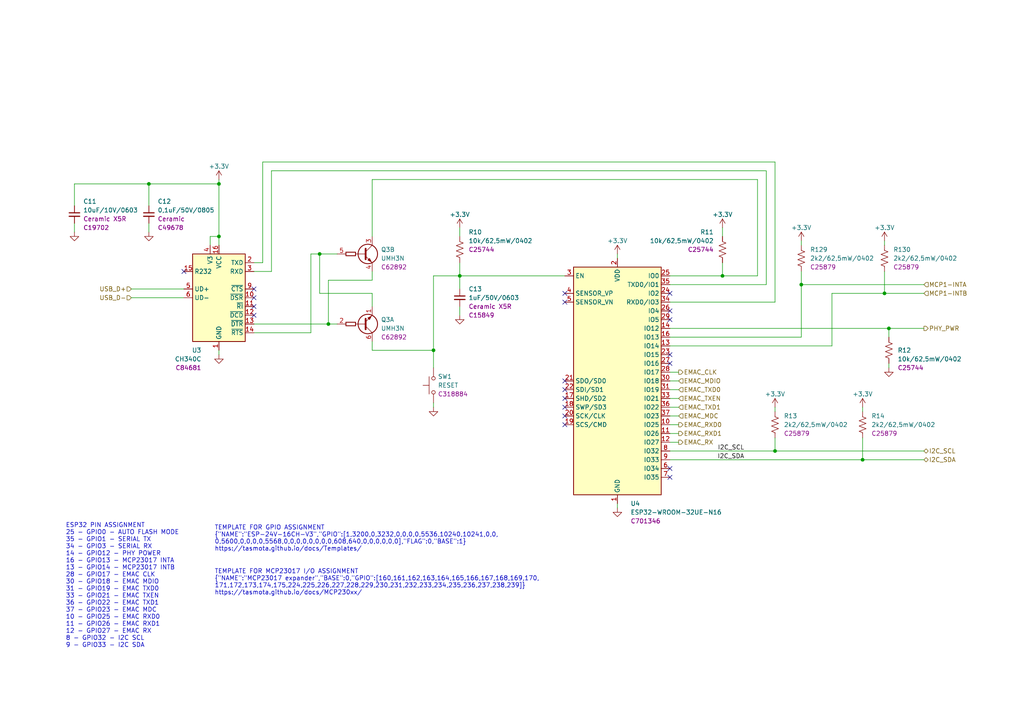
<source format=kicad_sch>
(kicad_sch (version 20230121) (generator eeschema)
  (paper "A4")
  (title_block (title "ESP 16x 24VDC Input 16x 24VDC Output Module") (date "2023-05-05") (rev "V3"))
  (lib_symbols
    (symbol "Device:C_Small" (pin_numbers hide) (pin_names (offset 0.254) hide)
      (property "Reference" "C" (at 0.254 1.778 0))
      (property "Value" "C_Small" (at 0.254 -2.032 0))
      (symbol "C_Small_0_1"
        (polyline (pts (xy -1.524 -0.508) (xy 1.524 -0.508)) (stroke (width 0.3302)))
        (polyline (pts (xy -1.524 0.508) (xy 1.524 0.508)) (stroke (width 0.3048)))
      )
      (symbol "C_Small_1_1"
        (pin passive line (at 0 2.54 270) (length 2.032) (name "~") (number "1"))
        (pin passive line (at 0 -2.54 90) (length 2.032) (name "~") (number "2"))
      )
    )
    (symbol "Device:R_US" (pin_numbers hide) (pin_names (offset 0))
      (property "Reference" "R" (at 2.54 0 90))
      (property "Value" "R_US" (at -2.54 0 90))
      (symbol "R_US_0_1"
        (polyline (pts (xy 0 -2.286) (xy 0 -2.54)))
        (polyline (pts (xy 0 2.286) (xy 0 2.54)))
        (polyline (pts (xy 0 -0.762) (xy 1.016 -1.143) (xy 0 -1.524) (xy -1.016 -1.905) (xy 0 -2.286)))
        (polyline (pts (xy 0 0.762) (xy 1.016 0.381) (xy 0 0) (xy -1.016 -0.381) (xy 0 -0.762)))
        (polyline (pts (xy 0 2.286) (xy 1.016 1.905) (xy 0 1.524) (xy -1.016 1.143) (xy 0 0.762)))
      )
      (symbol "R_US_1_1"
        (pin passive line (at 0 3.81 270) (length 1.27) (name "~") (number "1"))
        (pin passive line (at 0 -3.81 90) (length 1.27) (name "~") (number "2"))
      )
    )
    (symbol "Interface_USB:CH340C"
      (property "Reference" "U" (at -5.08 13.97 0))
      (property "Value" "CH340C" (at 1.27 13.97 0))
      (symbol "CH340C_0_1"
        (rectangle (start -7.62 12.7) (end 7.62 -12.7) (stroke (width 0.254)) (fill (type background)))
      )
      (symbol "CH340C_1_1"
        (pin power_in line (at 0 -15.24 90) (length 2.54) (name "GND") (number "1"))
        (pin input line (at 10.16 0 180) (length 2.54) (name "~{DSR}") (number "10"))
        (pin input line (at 10.16 -2.54 180) (length 2.54) (name "~{RI}") (number "11"))
        (pin input line (at 10.16 -5.08 180) (length 2.54) (name "~{DCD}") (number "12"))
        (pin output line (at 10.16 -7.62 180) (length 2.54) (name "~{DTR}") (number "13"))
        (pin output line (at 10.16 -10.16 180) (length 2.54) (name "~{RTS}") (number "14"))
        (pin input line (at -10.16 7.62 0) (length 2.54) (name "R232") (number "15"))
        (pin power_in line (at 0 15.24 270) (length 2.54) (name "VCC") (number "16"))
        (pin output line (at 10.16 10.16 180) (length 2.54) (name "TXD") (number "2"))
        (pin input line (at 10.16 7.62 180) (length 2.54) (name "RXD") (number "3"))
        (pin passive line (at -2.54 15.24 270) (length 2.54) (name "V3") (number "4"))
        (pin bidirectional line (at -10.16 2.54 0) (length 2.54) (name "UD+") (number "5"))
        (pin bidirectional line (at -10.16 0 0) (length 2.54) (name "UD-") (number "6"))
        (pin no_connect line (at -7.62 -7.62 0) (length 2.54) hide (name "NC") (number "7"))
        (pin no_connect line (at -7.62 -10.16 0) (length 2.54) hide (name "NC") (number "8"))
        (pin input line (at 10.16 2.54 180) (length 2.54) (name "~{CTS}") (number "9"))
      )
    )
    (symbol "RF_Module:ESP32-WROOM-32U"
      (property "Reference" "U" (at -12.7 34.29 0))
      (property "Value" "ESP32-WROOM-32U" (at 1.27 34.29 0))
      (symbol "ESP32-WROOM-32U_0_1"
        (rectangle (start -12.7 33.02) (end 12.7 -33.02) (stroke (width 0.254)) (fill (type background)))
      )
      (symbol "ESP32-WROOM-32U_1_1"
        (pin power_in line (at 0 -35.56 90) (length 2.54) (name "GND") (number "1"))
        (pin bidirectional line (at 15.24 -12.7 180) (length 2.54) (name "IO25") (number "10"))
        (pin bidirectional line (at 15.24 -15.24 180) (length 2.54) (name "IO26") (number "11"))
        (pin bidirectional line (at 15.24 -17.78 180) (length 2.54) (name "IO27") (number "12"))
        (pin bidirectional line (at 15.24 10.16 180) (length 2.54) (name "IO14") (number "13"))
        (pin bidirectional line (at 15.24 15.24 180) (length 2.54) (name "IO12") (number "14"))
        (pin passive line (at 0 -35.56 90) (length 2.54) hide (name "GND") (number "15"))
        (pin bidirectional line (at 15.24 12.7 180) (length 2.54) (name "IO13") (number "16"))
        (pin bidirectional line (at -15.24 -5.08 0) (length 2.54) (name "SHD/SD2") (number "17"))
        (pin bidirectional line (at -15.24 -7.62 0) (length 2.54) (name "SWP/SD3") (number "18"))
        (pin bidirectional line (at -15.24 -12.7 0) (length 2.54) (name "SCS/CMD") (number "19"))
        (pin power_in line (at 0 35.56 270) (length 2.54) (name "VDD") (number "2"))
        (pin bidirectional line (at -15.24 -10.16 0) (length 2.54) (name "SCK/CLK") (number "20"))
        (pin bidirectional line (at -15.24 0 0) (length 2.54) (name "SDO/SD0") (number "21"))
        (pin bidirectional line (at -15.24 -2.54 0) (length 2.54) (name "SDI/SD1") (number "22"))
        (pin bidirectional line (at 15.24 7.62 180) (length 2.54) (name "IO15") (number "23"))
        (pin bidirectional line (at 15.24 25.4 180) (length 2.54) (name "IO2") (number "24"))
        (pin bidirectional line (at 15.24 30.48 180) (length 2.54) (name "IO0") (number "25"))
        (pin bidirectional line (at 15.24 20.32 180) (length 2.54) (name "IO4") (number "26"))
        (pin bidirectional line (at 15.24 5.08 180) (length 2.54) (name "IO16") (number "27"))
        (pin bidirectional line (at 15.24 2.54 180) (length 2.54) (name "IO17") (number "28"))
        (pin bidirectional line (at 15.24 17.78 180) (length 2.54) (name "IO5") (number "29"))
        (pin input line (at -15.24 30.48 0) (length 2.54) (name "EN") (number "3"))
        (pin bidirectional line (at 15.24 0 180) (length 2.54) (name "IO18") (number "30"))
        (pin bidirectional line (at 15.24 -2.54 180) (length 2.54) (name "IO19") (number "31"))
        (pin no_connect line (at -12.7 -27.94 0) (length 2.54) hide (name "NC") (number "32"))
        (pin bidirectional line (at 15.24 -5.08 180) (length 2.54) (name "IO21") (number "33"))
        (pin bidirectional line (at 15.24 22.86 180) (length 2.54) (name "RXD0/IO3") (number "34"))
        (pin bidirectional line (at 15.24 27.94 180) (length 2.54) (name "TXD0/IO1") (number "35"))
        (pin bidirectional line (at 15.24 -7.62 180) (length 2.54) (name "IO22") (number "36"))
        (pin bidirectional line (at 15.24 -10.16 180) (length 2.54) (name "IO23") (number "37"))
        (pin passive line (at 0 -35.56 90) (length 2.54) hide (name "GND") (number "38"))
        (pin passive line (at 0 -35.56 90) (length 2.54) hide (name "GND") (number "39"))
        (pin input line (at -15.24 25.4 0) (length 2.54) (name "SENSOR_VP") (number "4"))
        (pin input line (at -15.24 22.86 0) (length 2.54) (name "SENSOR_VN") (number "5"))
        (pin input line (at 15.24 -25.4 180) (length 2.54) (name "IO34") (number "6"))
        (pin input line (at 15.24 -27.94 180) (length 2.54) (name "IO35") (number "7"))
        (pin bidirectional line (at 15.24 -20.32 180) (length 2.54) (name "IO32") (number "8"))
        (pin bidirectional line (at 15.24 -22.86 180) (length 2.54) (name "IO33") (number "9"))
      )
    )
    (symbol "Switch:SW_Push" (pin_numbers hide) (pin_names (offset 1.016) hide)
      (property "Reference" "SW" (at 1.27 2.54 0))
      (property "Value" "SW_Push" (at 0 -1.524 0))
      (symbol "SW_Push_0_1"
        (circle (center -2.032 0) (radius 0.508))
        (polyline (pts (xy 0 1.27) (xy 0 3.048)))
        (polyline (pts (xy 2.54 1.27) (xy -2.54 1.27)))
        (circle (center 2.032 0) (radius 0.508))
        (pin passive line (at -5.08 0 0) (length 2.54) (name "1") (number "1"))
        (pin passive line (at 5.08 0 180) (length 2.54) (name "2") (number "2"))
      )
    )
    (symbol "Tales:+3.3V" (power) (pin_names (offset 0))
      (property "Value" "+3.3V" (at 0 3.556 0))
      (symbol "+3.3V_0_1"
        (polyline (pts (xy -0.762 1.27) (xy 0 2.54)))
        (polyline (pts (xy 0 0) (xy 0 2.54)))
        (polyline (pts (xy 0 2.54) (xy 0.762 1.27)))
      )
      (symbol "+3.3V_1_1"
        (pin power_in line (at 0 0 90) (length 0) hide (name "+3.3V") (number "1"))
      )
    )
    (symbol "Transistor_BJT:UMH3N" (pin_names hide)
      (property "Reference" "Q" (at 7.62 1.27 0))
      (property "Value" "UMH3N" (at 7.62 -1.27 0))
      (symbol "UMH3N_0_1"
        (polyline (pts (xy 3.175 0) (xy 0.254 0)))
        (polyline (pts (xy 3.175 0.635) (xy 5.08 2.54)))
        (polyline (pts (xy 3.175 1.524) (xy 3.175 -1.524)) (stroke (width 0.508)))
        (polyline (pts (xy 3.175 -0.635) (xy 5.08 -2.54) (xy 5.08 -2.54)))
        (polyline (pts (xy 3.81 -1.778) (xy 4.318 -1.27) (xy 4.826 -2.286) (xy 3.81 -1.778) (xy 3.81 -1.778)) (fill (type outline)))
        (rectangle (start 0.254 0.508) (end -2.54 -0.508) (stroke (width 0.254)))
        (circle (center 3.81 0) (radius 2.8194) (stroke (width 0.254)))
      )
      (symbol "UMH3N_1_1"
        (pin passive line (at 5.08 -5.08 90) (length 2.54) (name "E1") (number "1"))
        (pin input line (at -5.08 0 0) (length 2.54) (name "B1") (number "2"))
        (pin passive line (at 5.08 5.08 270) (length 2.54) (name "C1") (number "6"))
      )
      (symbol "UMH3N_2_1"
        (pin passive line (at 5.08 5.08 270) (length 2.54) (name "C2") (number "3"))
        (pin passive line (at 5.08 -5.08 90) (length 2.54) (name "E2") (number "4"))
        (pin input line (at -5.08 0 0) (length 2.54) (name "B2") (number "5"))
      )
    )
    (symbol "power:+3.3V" (power) (pin_names (offset 0))
      (property "Value" "+3.3V" (at 0 3.556 0))
      (symbol "+3.3V_0_1"
        (polyline (pts (xy -0.762 1.27) (xy 0 2.54)))
        (polyline (pts (xy 0 0) (xy 0 2.54)))
        (polyline (pts (xy 0 2.54) (xy 0.762 1.27)))
      )
      (symbol "+3.3V_1_1"
        (pin power_in line (at 0 0 90) (length 0) hide (name "+3.3V") (number "1"))
      )
    )
    (symbol "power:GND" (power) (pin_names (offset 0))
      (property "Value" "GND" (at 0 -3.81 0))
      (symbol "GND_0_1"
        (polyline (pts (xy 0 0) (xy 0 -1.27) (xy 1.27 -1.27) (xy 0 -2.54) (xy -1.27 -1.27) (xy 0 -1.27)))
      )
      (symbol "GND_1_1"
        (pin power_in line (at 0 0 270) (length 0) hide (name "GND") (number "1"))
      )
    )
  )
  (junction (at 63.5 53.34))
  (junction (at 125.73 101.6))
  (junction (at 133.35 80.01))
  (junction (at 43.18 53.34))
  (junction (at 250.19 133.35))
  (junction (at 256.54 85.09))
  (junction (at 209.55 80.01))
  (junction (at 224.79 130.81))
  (junction (at 92.71 73.66))
  (junction (at 63.5 68.58))
  (junction (at 232.41 82.55))
  (junction (at 257.81 95.25))
  (junction (at 95.25 93.98))
  (no_connect (at 163.83 87.63))
  (no_connect (at 163.83 123.19))
  (no_connect (at 194.31 85.09))
  (no_connect (at 73.66 86.36))
  (no_connect (at 194.31 92.71))
  (no_connect (at 163.83 110.49))
  (no_connect (at 73.66 91.44))
  (no_connect (at 163.83 85.09))
  (no_connect (at 53.34 78.74))
  (no_connect (at 163.83 115.57))
  (no_connect (at 163.83 118.11))
  (no_connect (at 73.66 88.9))
  (no_connect (at 194.31 135.89))
  (no_connect (at 73.66 83.82))
  (no_connect (at 194.31 105.41))
  (no_connect (at 163.83 120.65))
  (no_connect (at 194.31 90.17))
  (no_connect (at 194.31 138.43))
  (no_connect (at 194.31 102.87))
  (no_connect (at 163.83 113.03))
  (wire (pts (xy 133.35 88.9) (xy 133.35 91.44)))
  (wire (pts (xy 133.35 76.2) (xy 133.35 80.01)))
  (wire (pts (xy 194.31 118.11) (xy 196.85 118.11)))
  (wire (pts (xy 21.59 64.77) (xy 21.59 67.31)))
  (wire (pts (xy 63.5 101.6) (xy 63.5 102.87)))
  (wire (pts (xy 90.17 96.52) (xy 90.17 73.66)))
  (wire (pts (xy 194.31 123.19) (xy 196.85 123.19)))
  (wire (pts (xy 38.1 86.36) (xy 53.34 86.36)))
  (wire (pts (xy 256.54 85.09) (xy 267.97 85.09)))
  (wire (pts (xy 232.41 69.85) (xy 232.41 71.12)))
  (wire (pts (xy 107.95 52.07) (xy 219.71 52.07)))
  (wire (pts (xy 256.54 69.85) (xy 256.54 71.12)))
  (wire (pts (xy 194.31 80.01) (xy 209.55 80.01)))
  (wire (pts (xy 125.73 101.6) (xy 125.73 80.01)))
  (wire (pts (xy 133.35 66.04) (xy 133.35 68.58)))
  (wire (pts (xy 194.31 128.27) (xy 196.85 128.27)))
  (wire (pts (xy 256.54 78.74) (xy 256.54 85.09)))
  (wire (pts (xy 194.31 120.65) (xy 196.85 120.65)))
  (wire (pts (xy 194.31 110.49) (xy 196.85 110.49)))
  (wire (pts (xy 232.41 82.55) (xy 267.97 82.55)))
  (wire (pts (xy 224.79 118.11) (xy 224.79 119.38)))
  (wire (pts (xy 194.31 115.57) (xy 196.85 115.57)))
  (wire (pts (xy 38.1 83.82) (xy 53.34 83.82)))
  (wire (pts (xy 63.5 53.34) (xy 63.5 68.58)))
  (wire (pts (xy 194.31 95.25) (xy 257.81 95.25)))
  (wire (pts (xy 63.5 68.58) (xy 63.5 71.12)))
  (wire (pts (xy 179.07 73.66) (xy 179.07 74.93)))
  (wire (pts (xy 241.3 85.09) (xy 256.54 85.09)))
  (wire (pts (xy 73.66 78.74) (xy 78.74 78.74)))
  (wire (pts (xy 257.81 95.25) (xy 267.97 95.25)))
  (wire (pts (xy 92.71 73.66) (xy 97.79 73.66)))
  (wire (pts (xy 78.74 49.53) (xy 78.74 78.74)))
  (wire (pts (xy 222.25 49.53) (xy 222.25 82.55)))
  (wire (pts (xy 43.18 53.34) (xy 63.5 53.34)))
  (wire (pts (xy 107.95 68.58) (xy 107.95 52.07)))
  (wire (pts (xy 179.07 146.05) (xy 179.07 147.32)))
  (wire (pts (xy 73.66 76.2) (xy 76.2 76.2)))
  (wire (pts (xy 194.31 107.95) (xy 196.85 107.95)))
  (wire (pts (xy 194.31 97.79) (xy 232.41 97.79)))
  (wire (pts (xy 232.41 78.74) (xy 232.41 82.55)))
  (wire (pts (xy 76.2 46.99) (xy 224.79 46.99)))
  (wire (pts (xy 92.71 73.66) (xy 92.71 85.09)))
  (wire (pts (xy 43.18 64.77) (xy 43.18 67.31)))
  (wire (pts (xy 209.55 76.2) (xy 209.55 80.01)))
  (wire (pts (xy 133.35 80.01) (xy 163.83 80.01)))
  (wire (pts (xy 241.3 100.33) (xy 241.3 85.09)))
  (wire (pts (xy 90.17 73.66) (xy 92.71 73.66)))
  (wire (pts (xy 232.41 97.79) (xy 232.41 82.55)))
  (wire (pts (xy 21.59 59.69) (xy 21.59 53.34)))
  (wire (pts (xy 73.66 93.98) (xy 95.25 93.98)))
  (wire (pts (xy 43.18 53.34) (xy 43.18 59.69)))
  (wire (pts (xy 222.25 82.55) (xy 194.31 82.55)))
  (wire (pts (xy 95.25 81.28) (xy 95.25 93.98)))
  (wire (pts (xy 107.95 81.28) (xy 95.25 81.28)))
  (wire (pts (xy 257.81 105.41) (xy 257.81 106.68)))
  (wire (pts (xy 63.5 52.07) (xy 63.5 53.34)))
  (wire (pts (xy 257.81 95.25) (xy 257.81 97.79)))
  (wire (pts (xy 224.79 87.63) (xy 194.31 87.63)))
  (wire (pts (xy 107.95 85.09) (xy 92.71 85.09)))
  (wire (pts (xy 194.31 100.33) (xy 241.3 100.33)))
  (wire (pts (xy 194.31 133.35) (xy 250.19 133.35)))
  (wire (pts (xy 21.59 53.34) (xy 43.18 53.34)))
  (wire (pts (xy 60.96 71.12) (xy 60.96 68.58)))
  (wire (pts (xy 194.31 130.81) (xy 224.79 130.81)))
  (wire (pts (xy 107.95 99.06) (xy 107.95 101.6)))
  (wire (pts (xy 76.2 76.2) (xy 76.2 46.99)))
  (wire (pts (xy 224.79 130.81) (xy 267.97 130.81)))
  (wire (pts (xy 250.19 118.11) (xy 250.19 119.38)))
  (wire (pts (xy 194.31 113.03) (xy 196.85 113.03)))
  (wire (pts (xy 133.35 80.01) (xy 133.35 83.82)))
  (wire (pts (xy 219.71 52.07) (xy 219.71 80.01)))
  (wire (pts (xy 224.79 46.99) (xy 224.79 87.63)))
  (wire (pts (xy 209.55 80.01) (xy 219.71 80.01)))
  (wire (pts (xy 250.19 127) (xy 250.19 133.35)))
  (wire (pts (xy 107.95 88.9) (xy 107.95 85.09)))
  (wire (pts (xy 194.31 125.73) (xy 196.85 125.73)))
  (wire (pts (xy 209.55 66.04) (xy 209.55 68.58)))
  (wire (pts (xy 107.95 101.6) (xy 125.73 101.6)))
  (wire (pts (xy 73.66 96.52) (xy 90.17 96.52)))
  (wire (pts (xy 125.73 116.84) (xy 125.73 118.11)))
  (wire (pts (xy 107.95 78.74) (xy 107.95 81.28)))
  (wire (pts (xy 125.73 80.01) (xy 133.35 80.01)))
  (wire (pts (xy 224.79 127) (xy 224.79 130.81)))
  (wire (pts (xy 78.74 49.53) (xy 222.25 49.53)))
  (wire (pts (xy 95.25 93.98) (xy 97.79 93.98)))
  (wire (pts (xy 125.73 101.6) (xy 125.73 106.68)))
  (wire (pts (xy 60.96 68.58) (xy 63.5 68.58)))
  (wire (pts (xy 250.19 133.35) (xy 267.97 133.35)))
  (text "ESP32 PIN ASSIGNMENT\n25 - GPIO0 - AUTO FLASH MODE\n35 - GPIO1 - SERIAL TX\n34 - GPIO3 - SERIAL RX\n14 - GPIO12 - PHY POWER\n16 - GPIO13 - MCP23017 INTA\n13 - GPIO14 - MCP23017 INTB\n28 - GPIO17 - EMAC CLK\n30 - GPIO18 - EMAC MDIO\n31 - GPIO19 - EMAC TXD0\n33 - GPIO21 - EMAC TXEN\n36 - GPIO22 - EMAC TXD1\n37 - GPIO23 - EMAC MDC\n10 - GPIO25 - EMAC RXD0\n11 - GPIO26 - EMAC RXD1\n12 - GPIO27 - EMAC RX\n8 - GPIO32 - I2C SCL\n9 - GPIO33 - I2C SDA" (at 19.05 187.96 0) (effects (font (size 1.27 1.27)) (justify left bottom)))
  (text "TEMPLATE FOR GPIO ASSIGNMENT\n{\"NAME\":\"ESP-24V-16CH-V3\",\"GPIO\":[1,3200,0,3232,0,0,0,0,5536,10240,10241,0,0,\n0,5600,0,0,0,0,5568,0,0,0,0,0,0,0,0,608,640,0,0,0,0,0,0],\"FLAG\":0,\"BASE\":1}\nhttps://tasmota.github.io/docs/Templates/" (at 62.23 160.02 0) (effects (font (size 1.27 1.27)) (justify left bottom)))
  (text "TEMPLATE FOR MCP23017 I/O ASSIGNMENT\n{\"NAME\":\"MCP23017 expander\",\"BASE\":0,\"GPIO\":[160,161,162,163,164,165,166,167,168,169,170,\n171,172,173,174,175,224,225,226,227,228,229,230,231,232,233,234,235,236,237,238,239]}\nhttps://tasmota.github.io/docs/MCP230xx/" (at 62.23 172.72 0) (effects (font (size 1.27 1.27)) (justify left bottom)))
  (label "I2C_SCL" (at 215.9 130.81 180))
  (label "I2C_SDA" (at 215.9 133.35 180))
  (hierarchical_label "PHY_PWR" (shape output) (at 267.97 95.25 0))
  (hierarchical_label "EMAC_MDIO" (shape input) (at 196.85 110.49 0))
  (hierarchical_label "EMAC_TXD1" (shape input) (at 196.85 118.11 0))
  (hierarchical_label "EMAC_RX" (shape output) (at 196.85 128.27 0))
  (hierarchical_label "EMAC_CLK" (shape output) (at 196.85 107.95 0))
  (hierarchical_label "EMAC_RXD1" (shape output) (at 196.85 125.73 0))
  (hierarchical_label "I2C_SDA" (shape bidirectional) (at 267.97 133.35 0))
  (hierarchical_label "EMAC_TXEN" (shape input) (at 196.85 115.57 0))
  (hierarchical_label "EMAC_RXD0" (shape output) (at 196.85 123.19 0))
  (hierarchical_label "MCP1-INTA" (shape input) (at 267.97 82.55 0))
  (hierarchical_label "EMAC_TXD0" (shape input) (at 196.85 113.03 0))
  (hierarchical_label "EMAC_MDC" (shape input) (at 196.85 120.65 0))
  (hierarchical_label "I2C_SCL" (shape bidirectional) (at 267.97 130.81 0))
  (hierarchical_label "USB_D+" (shape input) (at 38.1 83.82 180))
  (hierarchical_label "MCP1-INTB" (shape input) (at 267.97 85.09 0))
  (hierarchical_label "USB_D-" (shape input) (at 38.1 86.36 180))
  (symbol (lib_id "power:+3.3V") (at 250.19 118.11 0) (unit 1)
    (property "Reference" "#PWR035" (effects hide))
    (property "Value" "+3.3V" (at 250.19 114.3 0))
  )
  (symbol (lib_id "Device:C_Small") (at 133.35 86.36 0) (unit 1)
    (property "Reference" "C13" (at 135.89 83.8262 0) (effects (justify left)))
    (property "Value" "1uF/50V/0603" (at 135.89 86.3662 0) (effects (justify left)))
    (property "Footprint" "Tales:C_0603_1608Metric" (effects hide))
    (property "Case" "0603/1608" (effects hide))
    (property "JLCPCB BOM" "1" (effects hide))
    (property "LCSC Part #" "C15849" (at 135.89 91.44 0) (effects (justify left)))
    (property "Mfr" "Samsung" (effects hide))
    (property "Mfr PN" "CL10A105KB8NNNC" (effects hide))
    (property "Technology" "Ceramic X5R" (at 135.89 88.9 0) (effects (justify left)))
    (property "Vendor" "JLCPCB" (effects hide))
    (property "Vendor PN" "C15849" (effects hide))
  )
  (symbol (lib_id "Device:R_US") (at 209.55 72.39 0) (unit 1)
    (property "Reference" "R11" (at 207.01 67.31 0) (effects (justify right)))
    (property "Value" "10k/62,5mW/0402" (at 207.01 69.85 0) (effects (justify right)))
    (property "Footprint" "Tales:R_0402_1005Metric" (effects hide))
    (property "Case" "0402/1005" (effects hide))
    (property "Mfr" "Uniroyal" (effects hide))
    (property "Vendor" "JLCPCB" (effects hide))
    (property "Mfr PN" "0402WGF1002TCE" (effects hide))
    (property "Vendor PN" "C25744" (effects hide))
    (property "LCSC Part #" "C25744" (at 207.01 72.39 0) (effects (justify right)))
    (property "JLCPCB BOM" "1" (effects hide))
  )
  (symbol (lib_id "power:GND") (at 43.18 67.31 0) (unit 1)
    (property "Reference" "#PWR024" (effects hide))
    (property "Value" "GNDREF" (effects hide))
  )
  (symbol (lib_id "Device:R_US") (at 256.54 74.93 0) (unit 1)
    (property "Reference" "R130" (at 259.08 72.39 0) (effects (justify left)))
    (property "Value" "2k2/62,5mW/0402" (at 259.08 74.93 0) (effects (justify left)))
    (property "Footprint" "Tales:R_0402_1005Metric" (effects hide))
    (property "Case" "0402/1005" (effects hide))
    (property "Mfr" "Uniroyal" (effects hide))
    (property "Vendor" "JLCPCB" (effects hide))
    (property "Mfr PN" "0402WGF2201TCE" (effects hide))
    (property "Vendor PN" "C25879" (effects hide))
    (property "LCSC Part #" "C25879" (at 259.08 77.47 0) (effects (justify left)))
    (property "JLCPCB BOM" "1" (effects hide))
  )
  (symbol (lib_id "Transistor_BJT:UMH3N") (at 102.87 73.66 0) (unit 2)
    (property "Reference" "Q3" (at 110.49 72.3899 0) (effects (justify left)))
    (property "Value" "UMH3N" (at 110.49 74.9299 0) (effects (justify left)))
    (property "Footprint" "Tales:SOT-363_SC-70-6" (effects hide))
    (property "JLCPCB BOM" "1" (effects hide))
    (property "LCSC Part #" "C62892" (at 110.49 77.47 0) (effects (justify left)))
    (property "Vendor" "JLCPCB" (effects hide))
    (property "Vendor PN" "C62892" (effects hide))
    (property "Case" "SOT-363" (effects hide))
    (property "Mfr" "Jiangsu" (effects hide))
    (property "Mfr PN" "UMH3N" (effects hide))
  )
  (symbol (lib_id "Device:R_US") (at 257.81 101.6 0) (unit 1)
    (property "Reference" "R12" (at 260.35 101.6 0) (effects (justify left)))
    (property "Value" "10k/62,5mW/0402" (at 260.35 104.14 0) (effects (justify left)))
    (property "Footprint" "Tales:R_0402_1005Metric" (effects hide))
    (property "Case" "0402/1005" (effects hide))
    (property "Mfr" "Uniroyal" (effects hide))
    (property "Vendor" "JLCPCB" (effects hide))
    (property "Mfr PN" "0402WGF1002TCE" (effects hide))
    (property "Vendor PN" "C25744" (effects hide))
    (property "LCSC Part #" "C25744" (at 260.35 106.68 0) (effects (justify left)))
    (property "JLCPCB BOM" "1" (effects hide))
  )
  (symbol (lib_id "Device:C_Small") (at 21.59 62.23 0) (unit 1)
    (property "Reference" "C11" (at 24.13 58.42 0) (effects (justify left)))
    (property "Value" "10uF/10V/0603" (at 24.13 60.96 0) (effects (justify left)))
    (property "Footprint" "Tales:C_0603_1608Metric" (effects hide))
    (property "Technology" "Ceramic X5R" (at 24.13 63.5 0) (effects (justify left)))
    (property "Case" "0603/1608" (effects hide))
    (property "Mfr" "Samsung" (effects hide))
    (property "Mfr PN" "CL10A106KP8NNNC" (effects hide))
    (property "Vendor" "JLCPCB" (effects hide))
    (property "Vendor PN" "C19702" (effects hide))
    (property "LCSC Part #" "C19702" (at 24.13 66.04 0) (effects (justify left)))
    (property "JLCPCB BOM" "1" (effects hide))
  )
  (symbol (lib_id "Transistor_BJT:UMH3N") (at 102.87 93.98 0) (mirror x) (unit 1)
    (property "Reference" "Q3" (at 110.49 92.7099 0) (effects (justify left)))
    (property "Value" "UMH3N" (at 110.49 95.2499 0) (effects (justify left)))
    (property "Footprint" "Tales:SOT-363_SC-70-6" (effects hide))
    (property "JLCPCB BOM" "1" (effects hide))
    (property "LCSC Part #" "C62892" (at 110.49 97.79 0) (effects (justify left)))
    (property "Vendor" "JLCPCB" (effects hide))
    (property "Vendor PN" "C62892" (effects hide))
    (property "Case" "SOT-363" (effects hide))
    (property "Mfr" "Jiangsu" (effects hide))
    (property "Mfr PN" "UMH3N" (effects hide))
  )
  (symbol (lib_id "power:GND") (at 257.81 106.68 0) (unit 1)
    (property "Reference" "#PWR033" (effects hide))
    (property "Value" "GNDREF" (effects hide))
  )
  (symbol (lib_id "Device:R_US") (at 250.19 123.19 0) (unit 1)
    (property "Reference" "R14" (at 252.73 120.65 0) (effects (justify left)))
    (property "Value" "2k2/62,5mW/0402" (at 252.73 123.19 0) (effects (justify left)))
    (property "Footprint" "Tales:R_0402_1005Metric" (effects hide))
    (property "Case" "0402/1005" (effects hide))
    (property "Mfr" "Uniroyal" (effects hide))
    (property "Vendor" "JLCPCB" (effects hide))
    (property "Mfr PN" "0402WGF2201TCE" (effects hide))
    (property "Vendor PN" "C25879" (effects hide))
    (property "LCSC Part #" "C25879" (at 252.73 125.73 0) (effects (justify left)))
    (property "JLCPCB BOM" "1" (effects hide))
  )
  (symbol (lib_id "Switch:SW_Push") (at 125.73 111.76 90) (unit 1)
    (property "Reference" "SW1" (at 127 109.22 90) (effects (justify right)))
    (property "Value" "RESET" (at 127 111.76 90) (effects (justify right)))
    (property "Footprint" "Button_Switch_SMD:SW_SPST_TL3342" (effects hide))
    (property "JLCPCB BOM" "1" (effects hide))
    (property "LCSC Part #" "C318884" (at 127 114.3001 90) (effects (justify right)))
    (property "Mfr" "XKB Connectivity" (effects hide))
    (property "Mfr PN" "TS-1187A-B-A-B" (effects hide))
    (property "Vendor" "JLCPCB" (effects hide))
    (property "Vendor PN" "C318884" (effects hide))
  )
  (symbol (lib_id "Device:R_US") (at 133.35 72.39 0) (unit 1)
    (property "Reference" "R10" (at 135.89 67.31 0) (effects (justify left)))
    (property "Value" "10k/62,5mW/0402" (at 135.89 69.85 0) (effects (justify left)))
    (property "Footprint" "Tales:R_0402_1005Metric" (effects hide))
    (property "Case" "0402/1005" (effects hide))
    (property "Mfr" "Uniroyal" (effects hide))
    (property "Vendor" "JLCPCB" (effects hide))
    (property "Mfr PN" "0402WGF1002TCE" (effects hide))
    (property "Vendor PN" "C25744" (effects hide))
    (property "LCSC Part #" "C25744" (at 135.89 72.39 0) (effects (justify left)))
    (property "JLCPCB BOM" "1" (effects hide))
  )
  (symbol (lib_id "power:GND") (at 21.59 67.31 0) (unit 1)
    (property "Reference" "#PWR023" (effects hide))
    (property "Value" "GNDREF" (effects hide))
  )
  (symbol (lib_id "power:+3.3V") (at 63.5 52.07 0) (unit 1)
    (property "Reference" "#PWR025" (effects hide))
    (property "Value" "+3.3V" (at 63.5 48.26 0))
  )
  (symbol (lib_id "power:+3.3V") (at 133.35 66.04 0) (unit 1)
    (property "Reference" "#PWR028" (effects hide))
    (property "Value" "+3.3V" (at 133.35 62.23 0))
  )
  (symbol (lib_id "Interface_USB:CH340C") (at 63.5 86.36 0) (unit 1)
    (property "Reference" "U3" (at 58.42 101.6 0) (effects (justify right)))
    (property "Value" "CH340C" (at 58.42 104.14 0) (effects (justify right)))
    (property "Footprint" "Tales:SOIC-16_3.9x9.9mm_P1.27mm" (effects hide))
    (property "Datasheet" "https://datasheet.lcsc.com/szlcsc/Jiangsu-Qin-Heng-CH340C_C84681.pdf" (effects hide))
    (property "Case" "SOIC-16" (effects hide))
    (property "JLCPCB BOM" "1" (effects hide))
    (property "LCSC Part #" "C84681" (at 58.42 106.68 0) (effects (justify right)))
    (property "Mfr" "WCH" (effects hide))
    (property "Mfr PN" "CH340C" (effects hide))
    (property "Vendor" "JLCPCB" (effects hide))
    (property "Vendor PN" "C84681" (effects hide))
  )
  (symbol (lib_id "power:GND") (at 63.5 102.87 0) (unit 1)
    (property "Reference" "#PWR026" (effects hide))
    (property "Value" "GNDREF" (effects hide))
  )
  (symbol (lib_id "Device:R_US") (at 224.79 123.19 0) (unit 1)
    (property "Reference" "R13" (at 227.33 120.65 0) (effects (justify left)))
    (property "Value" "2k2/62,5mW/0402" (at 227.33 123.19 0) (effects (justify left)))
    (property "Footprint" "Tales:R_0402_1005Metric" (effects hide))
    (property "Case" "0402/1005" (effects hide))
    (property "Mfr" "Uniroyal" (effects hide))
    (property "Vendor" "JLCPCB" (effects hide))
    (property "Mfr PN" "0402WGF2201TCE" (effects hide))
    (property "Vendor PN" "C25879" (effects hide))
    (property "LCSC Part #" "C25879" (at 227.33 125.73 0) (effects (justify left)))
    (property "JLCPCB BOM" "1" (effects hide))
  )
  (symbol (lib_id "RF_Module:ESP32-WROOM-32U") (at 179.07 110.49 0) (unit 1)
    (property "Reference" "U4" (at 182.88 146.05 0) (effects (justify left)))
    (property "Value" "ESP32-WROOM-32UE-N16" (at 182.88 148.59 0) (effects (justify left)))
    (property "Footprint" "Tales:ESP32-WROOM-32U" (effects hide))
    (property "JLCPCB BOM" "1" (effects hide))
    (property "LCSC Part #" "C701346" (at 182.88 151.13 0) (effects (justify left)))
    (property "Mfr" "Expressif" (effects hide))
    (property "Mfr PN" "ESP32-WROOM-32UE-N16" (effects hide))
    (property "Vendor" "JLCPCB" (effects hide))
    (property "Vendor PN" "C701346" (effects hide))
    (property "Case" "ESP32-WROOM-U" (effects hide))
  )
  (symbol (lib_id "Device:R_US") (at 232.41 74.93 0) (unit 1)
    (property "Reference" "R129" (at 234.95 72.39 0) (effects (justify left)))
    (property "Value" "2k2/62,5mW/0402" (at 234.95 74.93 0) (effects (justify left)))
    (property "Footprint" "Tales:R_0402_1005Metric" (effects hide))
    (property "Case" "0402/1005" (effects hide))
    (property "Mfr" "Uniroyal" (effects hide))
    (property "Vendor" "JLCPCB" (effects hide))
    (property "Mfr PN" "0402WGF2201TCE" (effects hide))
    (property "Vendor PN" "C25879" (effects hide))
    (property "LCSC Part #" "C25879" (at 234.95 77.47 0) (effects (justify left)))
    (property "JLCPCB BOM" "1" (effects hide))
  )
  (symbol (lib_id "Device:C_Small") (at 43.18 62.23 0) (unit 1)
    (property "Reference" "C12" (at 45.72 58.42 0) (effects (justify left)))
    (property "Value" "0,1uF/50V/0805" (at 45.72 60.96 0) (effects (justify left)))
    (property "Footprint" "Tales:C_0805_2012Metric" (effects hide))
    (property "Technology" "Ceramic" (at 45.72 63.5 0) (effects (justify left)))
    (property "Case" "0805/2012" (effects hide))
    (property "Mfr" "Yageo" (effects hide))
    (property "Mfr PN" "CC0805KRX7R9BB104" (effects hide))
    (property "Vendor" "JLCPCB" (effects hide))
    (property "Vendor PN" "C49678" (effects hide))
    (property "LCSC Part #" "C49678" (at 45.72 66.04 0) (effects (justify left)))
    (property "JLCPCB BOM" "1" (effects hide))
  )
  (symbol (lib_id "Tales:+3.3V") (at 179.07 73.66 0) (unit 1)
    (property "Reference" "#PWR030" (effects hide))
    (property "Value" "+3.3V" (at 179.07 69.85 0))
  )
  (symbol (lib_id "power:GND") (at 125.73 118.11 0) (unit 1)
    (property "Reference" "#PWR027" (effects hide))
    (property "Value" "GNDREF" (effects hide))
  )
  (symbol (lib_id "power:+3.3V") (at 232.41 69.85 0) (unit 1)
    (property "Reference" "#PWR0185" (effects hide))
    (property "Value" "+3.3V" (at 232.41 66.04 0))
  )
  (symbol (lib_id "power:GND") (at 133.35 91.44 0) (unit 1)
    (property "Reference" "#PWR029" (effects hide))
    (property "Value" "GNDREF" (effects hide))
  )
  (symbol (lib_id "power:GND") (at 179.07 147.32 0) (unit 1)
    (property "Reference" "#PWR031" (effects hide))
    (property "Value" "GNDREF" (effects hide))
  )
  (symbol (lib_id "power:+3.3V") (at 209.55 66.04 0) (unit 1)
    (property "Reference" "#PWR032" (effects hide))
    (property "Value" "+3.3V" (at 209.55 62.23 0))
  )
  (symbol (lib_id "power:+3.3V") (at 256.54 69.85 0) (unit 1)
    (property "Reference" "#PWR0186" (effects hide))
    (property "Value" "+3.3V" (at 256.54 66.04 0))
  )
  (symbol (lib_id "power:+3.3V") (at 224.79 118.11 0) (unit 1)
    (property "Reference" "#PWR034" (effects hide))
    (property "Value" "+3.3V" (at 224.79 114.3 0))
  )
)
</source>
